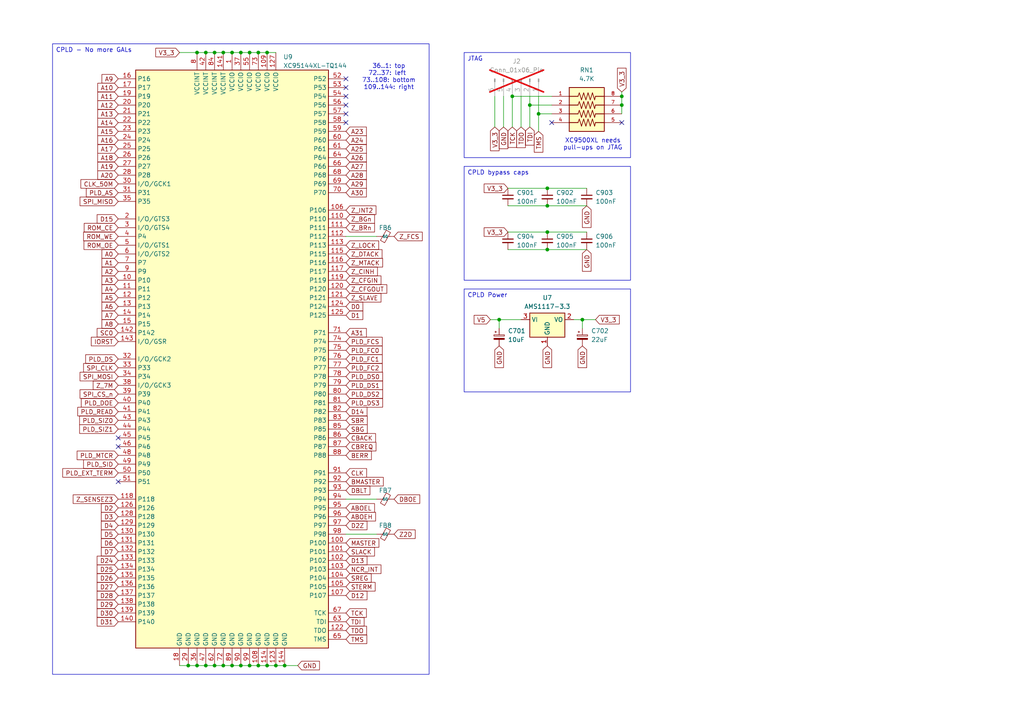
<source format=kicad_sch>
(kicad_sch (version 20250114) (generator "eeschema") (generator_version "9.0")
  (paper "A4")
  (title_block (title "A4092") (rev "PROTO0") (company "amiga.technology"))
  (lib_symbols
    (symbol "CPLD_Xilinx:XC95144XL-TQ144"
      (property "Reference" "U" (at -27.94 85.09 0))
      (property "Value" "XC95144XL-TQ144" (at -27.94 -85.09 0))
      (symbol "XC95144XL-TQ144_1_1"
        (rectangle (start -27.94 83.82) (end 27.94 -83.82) (stroke (width 0.254)) (fill (type background)))
        (pin bidirectional line (at -33.02 81.28 0) (length 5.08) (name "P16") (number "16"))
        (pin bidirectional line (at -33.02 78.74 0) (length 5.08) (name "P17") (number "17"))
        (pin bidirectional line (at -33.02 76.2 0) (length 5.08) (name "P19") (number "19"))
        (pin bidirectional line (at -33.02 73.66 0) (length 5.08) (name "P20") (number "20"))
        (pin bidirectional line (at -33.02 71.12 0) (length 5.08) (name "P21") (number "21"))
        (pin bidirectional line (at -33.02 68.58 0) (length 5.08) (name "P22") (number "22"))
        (pin bidirectional line (at -33.02 66.04 0) (length 5.08) (name "P23") (number "23"))
        (pin bidirectional line (at -33.02 63.5 0) (length 5.08) (name "P24") (number "24"))
        (pin bidirectional line (at -33.02 60.96 0) (length 5.08) (name "P25") (number "25"))
        (pin bidirectional line (at -33.02 58.42 0) (length 5.08) (name "P26") (number "26"))
        (pin bidirectional line (at -33.02 55.88 0) (length 5.08) (name "P27") (number "27"))
        (pin bidirectional line (at -33.02 53.34 0) (length 5.08) (name "P28") (number "28"))
        (pin bidirectional line (at -33.02 50.8 0) (length 5.08) (name "I/O/GCK1") (number "30"))
        (pin bidirectional line (at -33.02 48.26 0) (length 5.08) (name "P31") (number "31"))
        (pin bidirectional line (at -33.02 45.72 0) (length 5.08) (name "P35") (number "35"))
        (pin bidirectional line (at -33.02 40.64 0) (length 5.08) (name "I/O/GTS3") (number "2"))
        (pin bidirectional line (at -33.02 38.1 0) (length 5.08) (name "I/O/GTS4") (number "3"))
        (pin bidirectional line (at -33.02 35.56 0) (length 5.08) (name "P4") (number "4"))
        (pin bidirectional line (at -33.02 33.02 0) (length 5.08) (name "I/O/GTS1") (number "5"))
        (pin bidirectional line (at -33.02 30.48 0) (length 5.08) (name "I/O/GTS2") (number "6"))
        (pin bidirectional line (at -33.02 27.94 0) (length 5.08) (name "P7") (number "7"))
        (pin bidirectional line (at -33.02 25.4 0) (length 5.08) (name "P9") (number "9"))
        (pin bidirectional line (at -33.02 22.86 0) (length 5.08) (name "P10") (number "10"))
        (pin bidirectional line (at -33.02 20.32 0) (length 5.08) (name "P11") (number "11"))
        (pin bidirectional line (at -33.02 17.78 0) (length 5.08) (name "P12") (number "12"))
        (pin bidirectional line (at -33.02 15.24 0) (length 5.08) (name "P13") (number "13"))
        (pin bidirectional line (at -33.02 12.7 0) (length 5.08) (name "P14") (number "14"))
        (pin bidirectional line (at -33.02 10.16 0) (length 5.08) (name "P15") (number "15"))
        (pin bidirectional line (at -33.02 7.62 0) (length 5.08) (name "P142") (number "142"))
        (pin bidirectional line (at -33.02 5.08 0) (length 5.08) (name "I/O/GSR") (number "143"))
        (pin bidirectional line (at -33.02 0 0) (length 5.08) (name "I/O/GCK2") (number "32"))
        (pin bidirectional line (at -33.02 -2.54 0) (length 5.08) (name "P33") (number "33"))
        (pin bidirectional line (at -33.02 -5.08 0) (length 5.08) (name "P34") (number "34"))
        (pin bidirectional line (at -33.02 -7.62 0) (length 5.08) (name "I/O/GCK3") (number "38"))
        (pin bidirectional line (at -33.02 -10.16 0) (length 5.08) (name "P39") (number "39"))
        (pin bidirectional line (at -33.02 -12.7 0) (length 5.08) (name "P40") (number "40"))
        (pin bidirectional line (at -33.02 -15.24 0) (length 5.08) (name "P41") (number "41"))
        (pin bidirectional line (at -33.02 -17.78 0) (length 5.08) (name "P43") (number "43"))
        (pin bidirectional line (at -33.02 -20.32 0) (length 5.08) (name "P44") (number "44"))
        (pin bidirectional line (at -33.02 -22.86 0) (length 5.08) (name "P45") (number "45"))
        (pin bidirectional line (at -33.02 -25.4 0) (length 5.08) (name "P46") (number "46"))
        (pin bidirectional line (at -33.02 -27.94 0) (length 5.08) (name "P48") (number "48"))
        (pin bidirectional line (at -33.02 -30.48 0) (length 5.08) (name "P49") (number "49"))
        (pin bidirectional line (at -33.02 -33.02 0) (length 5.08) (name "P50") (number "50"))
        (pin bidirectional line (at -33.02 -35.56 0) (length 5.08) (name "P51") (number "51"))
        (pin bidirectional line (at -33.02 -40.64 0) (length 5.08) (name "P118") (number "118"))
        (pin bidirectional line (at -33.02 -43.18 0) (length 5.08) (name "P126") (number "126"))
        (pin bidirectional line (at -33.02 -45.72 0) (length 5.08) (name "P128") (number "128"))
        (pin bidirectional line (at -33.02 -48.26 0) (length 5.08) (name "P129") (number "129"))
        (pin bidirectional line (at -33.02 -50.8 0) (length 5.08) (name "P130") (number "130"))
        (pin bidirectional line (at -33.02 -53.34 0) (length 5.08) (name "P131") (number "131"))
        (pin bidirectional line (at -33.02 -55.88 0) (length 5.08) (name "P132") (number "132"))
        (pin bidirectional line (at -33.02 -58.42 0) (length 5.08) (name "P133") (number "133"))
        (pin bidirectional line (at -33.02 -60.96 0) (length 5.08) (name "P134") (number "134"))
        (pin bidirectional line (at -33.02 -63.5 0) (length 5.08) (name "P135") (number "135"))
        (pin bidirectional line (at -33.02 -66.04 0) (length 5.08) (name "P136") (number "136"))
        (pin bidirectional line (at -33.02 -68.58 0) (length 5.08) (name "P137") (number "137"))
        (pin bidirectional line (at -33.02 -71.12 0) (length 5.08) (name "P138") (number "138"))
        (pin bidirectional line (at -33.02 -73.66 0) (length 5.08) (name "P139") (number "139"))
        (pin bidirectional line (at -33.02 -76.2 0) (length 5.08) (name "P140") (number "140"))
        (pin power_in line (at -15.24 -88.9 90) (length 5.08) (name "GND") (number "18"))
        (pin power_in line (at -12.7 -88.9 90) (length 5.08) (name "GND") (number "29"))
        (pin power_in line (at -10.16 88.9 270) (length 5.08) (name "VCCINT") (number "8"))
        (pin power_in line (at -10.16 -88.9 90) (length 5.08) (name "GND") (number "36"))
        (pin power_in line (at -7.62 88.9 270) (length 5.08) (name "VCCINT") (number "42"))
        (pin power_in line (at -7.62 -88.9 90) (length 5.08) (name "GND") (number "47"))
        (pin power_in line (at -5.08 88.9 270) (length 5.08) (name "VCCINT") (number "84"))
        (pin power_in line (at -5.08 -88.9 90) (length 5.08) (name "GND") (number "62"))
        (pin power_in line (at -2.54 88.9 270) (length 5.08) (name "VCCINT") (number "141"))
        (pin power_in line (at -2.54 -88.9 90) (length 5.08) (name "GND") (number "72"))
        (pin power_in line (at 0 88.9 270) (length 5.08) (name "VCCIO") (number "1"))
        (pin power_in line (at 0 -88.9 90) (length 5.08) (name "GND") (number "89"))
        (pin power_in line (at 2.54 88.9 270) (length 5.08) (name "VCCIO") (number "37"))
        (pin power_in line (at 2.54 -88.9 90) (length 5.08) (name "GND") (number "90"))
        (pin power_in line (at 5.08 88.9 270) (length 5.08) (name "VCCIO") (number "55"))
        (pin power_in line (at 5.08 -88.9 90) (length 5.08) (name "GND") (number "99"))
        (pin power_in line (at 7.62 88.9 270) (length 5.08) (name "VCCIO") (number "73"))
        (pin power_in line (at 7.62 -88.9 90) (length 5.08) (name "GND") (number "108"))
        (pin power_in line (at 10.16 88.9 270) (length 5.08) (name "VCCIO") (number "109"))
        (pin power_in line (at 10.16 -88.9 90) (length 5.08) (name "GND") (number "114"))
        (pin power_in line (at 12.7 88.9 270) (length 5.08) (name "VCCIO") (number "127"))
        (pin power_in line (at 12.7 -88.9 90) (length 5.08) (name "GND") (number "123"))
        (pin power_in line (at 15.24 -88.9 90) (length 5.08) (name "GND") (number "144"))
        (pin bidirectional line (at 33.02 81.28 180) (length 5.08) (name "P52") (number "52"))
        (pin bidirectional line (at 33.02 78.74 180) (length 5.08) (name "P53") (number "53"))
        (pin bidirectional line (at 33.02 76.2 180) (length 5.08) (name "P54") (number "54"))
        (pin bidirectional line (at 33.02 73.66 180) (length 5.08) (name "P56") (number "56"))
        (pin bidirectional line (at 33.02 71.12 180) (length 5.08) (name "P57") (number "57"))
        (pin bidirectional line (at 33.02 68.58 180) (length 5.08) (name "P58") (number "58"))
        (pin bidirectional line (at 33.02 66.04 180) (length 5.08) (name "P59") (number "59"))
        (pin bidirectional line (at 33.02 63.5 180) (length 5.08) (name "P60") (number "60"))
        (pin bidirectional line (at 33.02 60.96 180) (length 5.08) (name "P61") (number "61"))
        (pin bidirectional line (at 33.02 58.42 180) (length 5.08) (name "P64") (number "64"))
        (pin bidirectional line (at 33.02 55.88 180) (length 5.08) (name "P66") (number "66"))
        (pin bidirectional line (at 33.02 53.34 180) (length 5.08) (name "P68") (number "68"))
        (pin bidirectional line (at 33.02 50.8 180) (length 5.08) (name "P69") (number "69"))
        (pin bidirectional line (at 33.02 48.26 180) (length 5.08) (name "P70") (number "70"))
        (pin bidirectional line (at 33.02 43.18 180) (length 5.08) (name "P106") (number "106"))
        (pin bidirectional line (at 33.02 40.64 180) (length 5.08) (name "P110") (number "110"))
        (pin bidirectional line (at 33.02 38.1 180) (length 5.08) (name "P111") (number "111"))
        (pin bidirectional line (at 33.02 35.56 180) (length 5.08) (name "P112") (number "112"))
        (pin bidirectional line (at 33.02 33.02 180) (length 5.08) (name "P113") (number "113"))
        (pin bidirectional line (at 33.02 30.48 180) (length 5.08) (name "P115") (number "115"))
        (pin bidirectional line (at 33.02 27.94 180) (length 5.08) (name "P116") (number "116"))
        (pin bidirectional line (at 33.02 25.4 180) (length 5.08) (name "P117") (number "117"))
        (pin bidirectional line (at 33.02 22.86 180) (length 5.08) (name "P119") (number "119"))
        (pin bidirectional line (at 33.02 20.32 180) (length 5.08) (name "P120") (number "120"))
        (pin bidirectional line (at 33.02 17.78 180) (length 5.08) (name "P121") (number "121"))
        (pin bidirectional line (at 33.02 15.24 180) (length 5.08) (name "P124") (number "124"))
        (pin bidirectional line (at 33.02 12.7 180) (length 5.08) (name "P125") (number "125"))
        (pin bidirectional line (at 33.02 7.62 180) (length 5.08) (name "P71") (number "71"))
        (pin bidirectional line (at 33.02 5.08 180) (length 5.08) (name "P74") (number "74"))
        (pin bidirectional line (at 33.02 2.54 180) (length 5.08) (name "P75") (number "75"))
        (pin bidirectional line (at 33.02 0 180) (length 5.08) (name "P76") (number "76"))
        (pin bidirectional line (at 33.02 -2.54 180) (length 5.08) (name "P77") (number "77"))
        (pin bidirectional line (at 33.02 -5.08 180) (length 5.08) (name "P78") (number "78"))
        (pin bidirectional line (at 33.02 -7.62 180) (length 5.08) (name "P79") (number "79"))
        (pin bidirectional line (at 33.02 -10.16 180) (length 5.08) (name "P80") (number "80"))
        (pin bidirectional line (at 33.02 -12.7 180) (length 5.08) (name "P81") (number "81"))
        (pin bidirectional line (at 33.02 -15.24 180) (length 5.08) (name "P82") (number "82"))
        (pin bidirectional line (at 33.02 -17.78 180) (length 5.08) (name "P83") (number "83"))
        (pin bidirectional line (at 33.02 -20.32 180) (length 5.08) (name "P85") (number "85"))
        (pin bidirectional line (at 33.02 -22.86 180) (length 5.08) (name "P86") (number "86"))
        (pin bidirectional line (at 33.02 -25.4 180) (length 5.08) (name "P87") (number "87"))
        (pin bidirectional line (at 33.02 -27.94 180) (length 5.08) (name "P88") (number "88"))
        (pin bidirectional line (at 33.02 -33.02 180) (length 5.08) (name "P91") (number "91"))
        (pin bidirectional line (at 33.02 -35.56 180) (length 5.08) (name "P92") (number "92"))
        (pin bidirectional line (at 33.02 -38.1 180) (length 5.08) (name "P93") (number "93"))
        (pin bidirectional line (at 33.02 -40.64 180) (length 5.08) (name "P94") (number "94"))
        (pin bidirectional line (at 33.02 -43.18 180) (length 5.08) (name "P95") (number "95"))
        (pin bidirectional line (at 33.02 -45.72 180) (length 5.08) (name "P96") (number "96"))
        (pin bidirectional line (at 33.02 -48.26 180) (length 5.08) (name "P97") (number "97"))
        (pin bidirectional line (at 33.02 -50.8 180) (length 5.08) (name "P98") (number "98"))
        (pin bidirectional line (at 33.02 -53.34 180) (length 5.08) (name "P100") (number "100"))
        (pin bidirectional line (at 33.02 -55.88 180) (length 5.08) (name "P101") (number "101"))
        (pin bidirectional line (at 33.02 -58.42 180) (length 5.08) (name "P102") (number "102"))
        (pin bidirectional line (at 33.02 -60.96 180) (length 5.08) (name "P103") (number "103"))
        (pin bidirectional line (at 33.02 -63.5 180) (length 5.08) (name "P104") (number "104"))
        (pin bidirectional line (at 33.02 -66.04 180) (length 5.08) (name "P105") (number "105"))
        (pin bidirectional line (at 33.02 -68.58 180) (length 5.08) (name "P107") (number "107"))
        (pin bidirectional line (at 33.02 -73.66 180) (length 5.08) (name "TCK") (number "67"))
        (pin bidirectional line (at 33.02 -76.2 180) (length 5.08) (name "TDI") (number "63"))
        (pin bidirectional line (at 33.02 -78.74 180) (length 5.08) (name "TDO") (number "122"))
        (pin bidirectional line (at 33.02 -81.28 180) (length 5.08) (name "TMS") (number "65"))
      )
    )
    (symbol "Connector:Conn_01x06_Pin" (pin_names (offset 1.016) (hide yes))
      (property "Reference" "J" (at 0 7.62 0))
      (property "Value" "Conn_01x06_Pin" (at 0 -10.16 0))
      (symbol "Conn_01x06_Pin_1_1"
        (rectangle (start 0.8636 5.207) (end 0 4.953) (stroke (width 0.1524)) (fill (type outline)))
        (rectangle (start 0.8636 2.667) (end 0 2.413) (stroke (width 0.1524)) (fill (type outline)))
        (rectangle (start 0.8636 0.127) (end 0 -0.127) (stroke (width 0.1524)) (fill (type outline)))
        (rectangle (start 0.8636 -2.413) (end 0 -2.667) (stroke (width 0.1524)) (fill (type outline)))
        (rectangle (start 0.8636 -4.953) (end 0 -5.207) (stroke (width 0.1524)) (fill (type outline)))
        (rectangle (start 0.8636 -7.493) (end 0 -7.747) (stroke (width 0.1524)) (fill (type outline)))
        (polyline (pts (xy 1.27 5.08) (xy 0.8636 5.08)) (stroke (width 0.1524)))
        (polyline (pts (xy 1.27 2.54) (xy 0.8636 2.54)) (stroke (width 0.1524)))
        (polyline (pts (xy 1.27 0) (xy 0.8636 0)) (stroke (width 0.1524)))
        (polyline (pts (xy 1.27 -2.54) (xy 0.8636 -2.54)) (stroke (width 0.1524)))
        (polyline (pts (xy 1.27 -5.08) (xy 0.8636 -5.08)) (stroke (width 0.1524)))
        (polyline (pts (xy 1.27 -7.62) (xy 0.8636 -7.62)) (stroke (width 0.1524)))
        (pin passive line (at 5.08 5.08 180) (length 3.81) (name "Pin_1") (number "1"))
        (pin passive line (at 5.08 2.54 180) (length 3.81) (name "Pin_2") (number "2"))
        (pin passive line (at 5.08 0 180) (length 3.81) (name "Pin_3") (number "3"))
        (pin passive line (at 5.08 -2.54 180) (length 3.81) (name "Pin_4") (number "4"))
        (pin passive line (at 5.08 -5.08 180) (length 3.81) (name "Pin_5") (number "5"))
        (pin passive line (at 5.08 -7.62 180) (length 3.81) (name "Pin_6") (number "6"))
      )
    )
    (symbol "Device:C_Polarized_Small" (pin_numbers (hide yes)) (pin_names (offset 0.254) (hide yes))
      (property "Reference" "C" (at 0.254 1.778 0))
      (property "Value" "C_Polarized_Small" (at 0.254 -2.032 0))
      (symbol "C_Polarized_Small_0_1"
        (rectangle (start -1.524 0.6858) (end 1.524 0.3048))
        (rectangle (start -1.524 -0.3048) (end 1.524 -0.6858) (fill (type outline)))
        (polyline (pts (xy -1.27 1.524) (xy -0.762 1.524)))
        (polyline (pts (xy -1.016 1.27) (xy -1.016 1.778)))
      )
      (symbol "C_Polarized_Small_1_1"
        (pin passive line (at 0 2.54 270) (length 1.8542) (name "~") (number "1"))
        (pin passive line (at 0 -2.54 90) (length 1.8542) (name "~") (number "2"))
      )
    )
    (symbol "Device:C_Small" (pin_numbers (hide yes)) (pin_names (offset 0.254) (hide yes))
      (property "Reference" "C" (at 0.254 1.778 0))
      (property "Value" "C_Small" (at 0.254 -2.032 0))
      (symbol "C_Small_0_1"
        (polyline (pts (xy -1.524 0.508) (xy 1.524 0.508)) (stroke (width 0.3048)))
        (polyline (pts (xy -1.524 -0.508) (xy 1.524 -0.508)) (stroke (width 0.3302)))
      )
      (symbol "C_Small_1_1"
        (pin passive line (at 0 2.54 270) (length 2.032) (name "~") (number "1"))
        (pin passive line (at 0 -2.54 90) (length 2.032) (name "~") (number "2"))
      )
    )
    (symbol "Device:FerriteBead_Small" (pin_numbers (hide yes)) (pin_names (offset 0))
      (property "Reference" "FB" (at 1.905 1.27 0))
      (property "Value" "FerriteBead_Small" (at 1.905 -1.27 0))
      (symbol "FerriteBead_Small_0_1"
        (polyline (pts (xy -1.8288 0.2794) (xy -1.1176 1.4986) (xy 1.8288 -0.2032) (xy 1.1176 -1.4224) (xy -1.8288 0.2794)))
        (polyline (pts (xy 0 0.889) (xy 0 1.2954)))
        (polyline (pts (xy 0 -1.27) (xy 0 -0.7874)))
      )
      (symbol "FerriteBead_Small_1_1"
        (pin passive line (at 0 2.54 270) (length 1.27) (name "~") (number "1"))
        (pin passive line (at 0 -2.54 90) (length 1.27) (name "~") (number "2"))
      )
    )
    (symbol "Regulator_Linear:AMS1117-3.3"
      (property "Reference" "U" (at -3.81 3.175 0))
      (property "Value" "AMS1117-3.3" (at 0 3.175 0))
      (symbol "AMS1117-3.3_0_1"
        (rectangle (start -5.08 -5.08) (end 5.08 1.905) (stroke (width 0.254)) (fill (type background)))
      )
      (symbol "AMS1117-3.3_1_1"
        (pin power_in line (at -7.62 0 0) (length 2.54) (name "VI") (number "3"))
        (pin power_in line (at 0 -7.62 90) (length 2.54) (name "GND") (number "1"))
        (pin power_out line (at 7.62 0 180) (length 2.54) (name "VO") (number "2"))
      )
    )
    (symbol "YC324-FK-071KL:YC324-FK-071KL" (pin_names (offset 1.016))
      (property "Reference" "R" (at -5.08 8.128 0))
      (property "Value" "YC324-FK-071KL" (at -5.08 -7.62 0))
      (symbol "YC324-FK-071KL_0_0"
        (rectangle (start -5.08 -5.08) (end 5.08 7.62) (stroke (width 0.254)) (fill (type background)))
        (polyline (pts (xy -2.54 5.08) (xy -5.08 5.08)) (stroke (width 0.254)))
        (polyline (pts (xy -2.54 5.08) (xy -2.159 6.096)) (stroke (width 0.2032)))
        (polyline (pts (xy -2.54 2.54) (xy -5.08 2.54)) (stroke (width 0.254)))
        (polyline (pts (xy -2.54 2.54) (xy -2.159 3.556)) (stroke (width 0.2032)))
        (polyline (pts (xy -2.54 0) (xy -5.08 0)) (stroke (width 0.254)))
        (polyline (pts (xy -2.54 0) (xy -2.159 1.016)) (stroke (width 0.2032)))
        (polyline (pts (xy -2.54 -2.54) (xy -5.08 -2.54)) (stroke (width 0.254)))
        (polyline (pts (xy -2.54 -2.54) (xy -2.159 -1.524)) (stroke (width 0.2032)))
        (polyline (pts (xy -2.159 6.096) (xy -1.524 4.064)) (stroke (width 0.2032)))
        (polyline (pts (xy -2.159 3.556) (xy -1.524 1.524)) (stroke (width 0.2032)))
        (polyline (pts (xy -2.159 1.016) (xy -1.524 -1.016)) (stroke (width 0.2032)))
        (polyline (pts (xy -2.159 -1.524) (xy -1.524 -3.556)) (stroke (width 0.2032)))
        (polyline (pts (xy -1.524 4.064) (xy -0.889 6.096)) (stroke (width 0.2032)))
        (polyline (pts (xy -1.524 1.524) (xy -0.889 3.556)) (stroke (width 0.2032)))
        (polyline (pts (xy -1.524 -1.016) (xy -0.889 1.016)) (stroke (width 0.2032)))
        (polyline (pts (xy -1.524 -3.556) (xy -0.889 -1.524)) (stroke (width 0.2032)))
        (polyline (pts (xy -0.889 6.096) (xy -0.254 4.064)) (stroke (width 0.2032)))
        (polyline (pts (xy -0.889 3.556) (xy -0.254 1.524)) (stroke (width 0.2032)))
        (polyline (pts (xy -0.889 1.016) (xy -0.254 -1.016)) (stroke (width 0.2032)))
        (polyline (pts (xy -0.889 -1.524) (xy -0.254 -3.556)) (stroke (width 0.2032)))
        (polyline (pts (xy -0.254 4.064) (xy 0.381 6.096)) (stroke (width 0.2032)))
        (polyline (pts (xy -0.254 1.524) (xy 0.381 3.556)) (stroke (width 0.2032)))
        (polyline (pts (xy -0.254 -1.016) (xy 0.381 1.016)) (stroke (width 0.2032)))
        (polyline (pts (xy -0.254 -3.556) (xy 0.381 -1.524)) (stroke (width 0.2032)))
        (polyline (pts (xy 0.381 6.096) (xy 1.016 4.064)) (stroke (width 0.2032)))
        (polyline (pts (xy 0.381 3.556) (xy 1.016 1.524)) (stroke (width 0.2032)))
        (polyline (pts (xy 0.381 1.016) (xy 1.016 -1.016)) (stroke (width 0.2032)))
        (polyline (pts (xy 0.381 -1.524) (xy 1.016 -3.556)) (stroke (width 0.2032)))
        (polyline (pts (xy 1.016 4.064) (xy 1.651 6.096)) (stroke (width 0.2032)))
        (polyline (pts (xy 1.016 1.524) (xy 1.651 3.556)) (stroke (width 0.2032)))
        (polyline (pts (xy 1.016 -1.016) (xy 1.651 1.016)) (stroke (width 0.2032)))
        (polyline (pts (xy 1.016 -3.556) (xy 1.651 -1.524)) (stroke (width 0.2032)))
        (polyline (pts (xy 1.651 6.096) (xy 2.286 4.064)) (stroke (width 0.2032)))
        (polyline (pts (xy 1.651 3.556) (xy 2.286 1.524)) (stroke (width 0.2032)))
        (polyline (pts (xy 1.651 1.016) (xy 2.286 -1.016)) (stroke (width 0.2032)))
        (polyline (pts (xy 1.651 -1.524) (xy 2.286 -3.556)) (stroke (width 0.2032)))
        (polyline (pts (xy 2.286 4.064) (xy 2.54 5.08)) (stroke (width 0.2032)))
        (polyline (pts (xy 2.286 1.524) (xy 2.54 2.54)) (stroke (width 0.2032)))
        (polyline (pts (xy 2.286 -1.016) (xy 2.54 0)) (stroke (width 0.2032)))
        (polyline (pts (xy 2.286 -3.556) (xy 2.54 -2.54)) (stroke (width 0.2032)))
        (polyline (pts (xy 5.08 5.08) (xy 2.54 5.08)) (stroke (width 0.254)))
        (polyline (pts (xy 5.08 2.54) (xy 2.54 2.54)) (stroke (width 0.254)))
        (polyline (pts (xy 5.08 0) (xy 2.54 0)) (stroke (width 0.254)))
        (polyline (pts (xy 5.08 -2.54) (xy 2.54 -2.54)) (stroke (width 0.254)))
        (pin passive line (at -10.16 5.08 0) (length 5.08) (name "~") (number "1"))
        (pin passive line (at -10.16 2.54 0) (length 5.08) (name "~") (number "2"))
        (pin passive line (at -10.16 0 0) (length 5.08) (name "~") (number "3"))
        (pin passive line (at -10.16 -2.54 0) (length 5.08) (name "~") (number "4"))
        (pin passive line (at 10.16 5.08 180) (length 5.08) (name "~") (number "8"))
        (pin passive line (at 10.16 2.54 180) (length 5.08) (name "~") (number "7"))
        (pin passive line (at 10.16 0 180) (length 5.08) (name "~") (number "6"))
        (pin passive line (at 10.16 -2.54 180) (length 5.08) (name "~") (number "5"))
      )
    )
  )
  (text "36..1: top\n72..37: left \n73..108: bottom\n109..144: right" (at 112.776 22.352 0) (effects (font (size 1.27 1.27))))
  (text "XC9500XL needs\npull-ups on JTAG" (at 171.958 41.91 0) (effects (font (size 1.27 1.27))))
  (text_box "CPLD - No more GALs" (at 15.24 12.7 0) (size 109.22 182.88) (margins 0.9525 0.9525 0.9525 0.9525) (effects (font (size 1.27 1.27)) (justify left top)))
  (text_box "JTAG\n" (at 134.62 15.24 0) (size 48.26 30.48) (margins 0.9525 0.9525 0.9525 0.9525) (effects (font (size 1.27 1.27)) (justify left top)))
  (text_box "CPLD Power" (at 134.62 83.82 0) (size 48.26 29.845) (margins 0.9525 0.9525 0.9525 0.9525) (effects (font (size 1.27 1.27)) (justify left top)))
  (text_box "CPLD bypass caps\n" (at 134.62 48.26 0) (size 48.26 33.02) (margins 0.9525 0.9525 0.9525 0.9525) (effects (font (size 1.27 1.27)) (justify left top)))
  (junction (at 158.75 72.39))
  (junction (at 57.15 193.04))
  (junction (at 62.23 15.24))
  (junction (at 144.78 92.71))
  (junction (at 72.39 193.04))
  (junction (at 59.69 15.24))
  (junction (at 168.91 92.71))
  (junction (at 69.85 193.04))
  (junction (at 57.15 15.24))
  (junction (at 148.59 27.94))
  (junction (at 180.34 30.48))
  (junction (at 80.01 193.04))
  (junction (at 158.75 59.69))
  (junction (at 158.75 67.31))
  (junction (at 72.39 15.24))
  (junction (at 69.85 15.24))
  (junction (at 77.47 15.24))
  (junction (at 158.75 54.61))
  (junction (at 77.47 193.04))
  (junction (at 74.93 193.04))
  (junction (at 64.77 193.04))
  (junction (at 62.23 193.04))
  (junction (at 67.31 193.04))
  (junction (at 153.67 30.48))
  (junction (at 64.77 15.24))
  (junction (at 74.93 15.24))
  (junction (at 180.34 27.94))
  (junction (at 156.21 33.02))
  (junction (at 59.69 193.04))
  (junction (at 54.61 193.04))
  (junction (at 82.55 193.04))
  (junction (at 67.31 15.24))
  (no_connect (at 100.33 27.94))
  (no_connect (at 180.34 35.56))
  (no_connect (at 100.33 35.56))
  (no_connect (at 34.29 129.54))
  (no_connect (at 34.29 139.7))
  (no_connect (at 100.33 22.86))
  (no_connect (at 34.29 127))
  (no_connect (at 100.33 25.4))
  (no_connect (at 160.02 35.56))
  (no_connect (at 100.33 30.48))
  (no_connect (at 100.33 33.02))
  (wire (pts (xy 142.24 92.71) (xy 144.78 92.71)))
  (wire (pts (xy 64.77 193.04) (xy 67.31 193.04)))
  (wire (pts (xy 180.34 30.48) (xy 180.34 33.02)))
  (wire (pts (xy 156.21 33.02) (xy 156.21 38.1)))
  (wire (pts (xy 143.51 27.94) (xy 143.51 36.83)))
  (wire (pts (xy 148.59 27.94) (xy 160.02 27.94)))
  (wire (pts (xy 148.59 27.94) (xy 148.59 36.83)))
  (wire (pts (xy 153.67 27.94) (xy 153.67 30.48)))
  (wire (pts (xy 158.75 72.39) (xy 170.18 72.39)))
  (wire (pts (xy 158.75 67.31) (xy 170.18 67.31)))
  (wire (pts (xy 52.07 15.24) (xy 57.15 15.24)))
  (wire (pts (xy 151.13 27.94) (xy 151.13 36.83)))
  (wire (pts (xy 153.67 30.48) (xy 153.67 36.83)))
  (wire (pts (xy 147.32 72.39) (xy 158.75 72.39)))
  (wire (pts (xy 147.32 67.31) (xy 158.75 67.31)))
  (wire (pts (xy 64.77 15.24) (xy 67.31 15.24)))
  (wire (pts (xy 180.34 26.67) (xy 180.34 27.94)))
  (wire (pts (xy 158.75 54.61) (xy 170.18 54.61)))
  (wire (pts (xy 168.91 95.25) (xy 168.91 92.71)))
  (wire (pts (xy 57.15 15.24) (xy 59.69 15.24)))
  (wire (pts (xy 59.69 15.24) (xy 62.23 15.24)))
  (wire (pts (xy 158.75 59.69) (xy 170.18 59.69)))
  (wire (pts (xy 146.05 27.94) (xy 146.05 36.83)))
  (wire (pts (xy 144.78 92.71) (xy 151.13 92.71)))
  (wire (pts (xy 109.22 68.58) (xy 100.33 68.58)))
  (wire (pts (xy 156.21 27.94) (xy 156.21 33.02)))
  (wire (pts (xy 77.47 15.24) (xy 80.01 15.24)))
  (wire (pts (xy 74.93 15.24) (xy 77.47 15.24)))
  (wire (pts (xy 109.22 144.78) (xy 100.33 144.78)))
  (wire (pts (xy 153.67 30.48) (xy 160.02 30.48)))
  (wire (pts (xy 80.01 193.04) (xy 82.55 193.04)))
  (wire (pts (xy 72.39 193.04) (xy 74.93 193.04)))
  (wire (pts (xy 59.69 193.04) (xy 62.23 193.04)))
  (wire (pts (xy 147.32 59.69) (xy 158.75 59.69)))
  (wire (pts (xy 147.32 54.61) (xy 158.75 54.61)))
  (wire (pts (xy 54.61 193.04) (xy 57.15 193.04)))
  (wire (pts (xy 67.31 193.04) (xy 69.85 193.04)))
  (wire (pts (xy 62.23 193.04) (xy 64.77 193.04)))
  (wire (pts (xy 77.47 193.04) (xy 80.01 193.04)))
  (wire (pts (xy 69.85 193.04) (xy 72.39 193.04)))
  (wire (pts (xy 72.39 15.24) (xy 74.93 15.24)))
  (wire (pts (xy 74.93 193.04) (xy 77.47 193.04)))
  (wire (pts (xy 52.07 193.04) (xy 54.61 193.04)))
  (wire (pts (xy 57.15 193.04) (xy 59.69 193.04)))
  (wire (pts (xy 168.91 92.71) (xy 166.37 92.71)))
  (wire (pts (xy 180.34 27.94) (xy 180.34 30.48)))
  (wire (pts (xy 109.22 154.94) (xy 100.33 154.94)))
  (wire (pts (xy 172.72 92.71) (xy 168.91 92.71)))
  (wire (pts (xy 144.78 95.25) (xy 144.78 92.71)))
  (wire (pts (xy 82.55 193.04) (xy 86.36 193.04)))
  (wire (pts (xy 156.21 33.02) (xy 160.02 33.02)))
  (wire (pts (xy 62.23 15.24) (xy 64.77 15.24)))
  (wire (pts (xy 69.85 15.24) (xy 72.39 15.24)))
  (wire (pts (xy 67.31 15.24) (xy 69.85 15.24)))
  (global_label "D3" (shape input) (at 34.29 149.86 180) (property "Intersheetrefs" "${INTERSHEET_REFS}" (effects (hide yes))))
  (global_label "NCR_INT" (shape input) (at 100.33 165.1 0) (property "Intersheetrefs" "${INTERSHEET_REFS}" (effects (hide yes))))
  (global_label "TDO" (shape input) (at 100.33 182.88 0) (property "Intersheetrefs" "${INTERSHEET_REFS}" (effects (hide yes))))
  (global_label "PLD_FCS" (shape input) (at 100.33 99.06 0) (property "Intersheetrefs" "${INTERSHEET_REFS}" (effects (hide yes))))
  (global_label "GND" (shape input) (at 158.75 100.33 270) (property "Intersheetrefs" "${INTERSHEET_REFS}" (effects (hide yes))))
  (global_label "D4" (shape input) (at 34.29 152.4 180) (property "Intersheetrefs" "${INTERSHEET_REFS}" (effects (hide yes))))
  (global_label "D24" (shape input) (at 34.29 162.56 180) (property "Intersheetrefs" "${INTERSHEET_REFS}" (effects (hide yes))))
  (global_label "A25" (shape input) (at 100.33 43.18 0) (property "Intersheetrefs" "${INTERSHEET_REFS}" (effects (hide yes))))
  (global_label "D30" (shape input) (at 34.29 177.8 180) (property "Intersheetrefs" "${INTERSHEET_REFS}" (effects (hide yes))))
  (global_label "V3_3" (shape input) (at 143.51 36.83 270) (property "Intersheetrefs" "${INTERSHEET_REFS}" (effects (hide yes))))
  (global_label "D26" (shape input) (at 34.29 167.64 180) (property "Intersheetrefs" "${INTERSHEET_REFS}" (effects (hide yes))))
  (global_label "Z_FCS" (shape input) (at 114.3 68.58 0) (property "Intersheetrefs" "${INTERSHEET_REFS}" (effects (hide yes))))
  (global_label "A18" (shape input) (at 34.29 45.72 180) (property "Intersheetrefs" "${INTERSHEET_REFS}" (effects (hide yes))))
  (global_label "D0" (shape input) (at 100.33 88.9 0) (property "Intersheetrefs" "${INTERSHEET_REFS}" (effects (hide yes))))
  (global_label "Z_CINH" (shape input) (at 100.33 78.74 0) (property "Intersheetrefs" "${INTERSHEET_REFS}" (effects (hide yes))))
  (global_label "SPI_MOSI" (shape input) (at 34.29 109.22 180) (property "Intersheetrefs" "${INTERSHEET_REFS}" (effects (hide yes))))
  (global_label "A24" (shape input) (at 100.33 40.64 0) (property "Intersheetrefs" "${INTERSHEET_REFS}" (effects (hide yes))))
  (global_label "A3" (shape input) (at 34.29 81.28 180) (property "Intersheetrefs" "${INTERSHEET_REFS}" (effects (hide yes))))
  (global_label "Z_BGn" (shape input) (at 100.33 63.5 0) (property "Intersheetrefs" "${INTERSHEET_REFS}" (effects (hide yes))))
  (global_label "PLD_DS2" (shape input) (at 100.33 114.3 0) (property "Intersheetrefs" "${INTERSHEET_REFS}" (effects (hide yes))))
  (global_label "IORST" (shape input) (at 34.29 99.06 180) (property "Intersheetrefs" "${INTERSHEET_REFS}" (effects (hide yes))))
  (global_label "A14" (shape input) (at 34.29 35.56 180) (property "Intersheetrefs" "${INTERSHEET_REFS}" (effects (hide yes))))
  (global_label "GND" (shape input) (at 146.05 36.83 270) (property "Intersheetrefs" "${INTERSHEET_REFS}" (effects (hide yes))))
  (global_label "MASTER" (shape input) (at 100.33 157.48 0) (property "Intersheetrefs" "${INTERSHEET_REFS}" (effects (hide yes))))
  (global_label "PLD_SID" (shape input) (at 34.29 134.62 180) (property "Intersheetrefs" "${INTERSHEET_REFS}" (effects (hide yes))))
  (global_label "A8" (shape input) (at 34.29 93.98 180) (property "Intersheetrefs" "${INTERSHEET_REFS}" (effects (hide yes))))
  (global_label "A2" (shape input) (at 34.29 78.74 180) (property "Intersheetrefs" "${INTERSHEET_REFS}" (effects (hide yes))))
  (global_label "ROM_WE" (shape input) (at 34.29 68.58 180) (property "Intersheetrefs" "${INTERSHEET_REFS}" (effects (hide yes))))
  (global_label "A28" (shape input) (at 100.33 50.8 0) (property "Intersheetrefs" "${INTERSHEET_REFS}" (effects (hide yes))))
  (global_label "ABOEL" (shape input) (at 100.33 147.32 0) (property "Intersheetrefs" "${INTERSHEET_REFS}" (effects (hide yes))))
  (global_label "A26" (shape input) (at 100.33 45.72 0) (property "Intersheetrefs" "${INTERSHEET_REFS}" (effects (hide yes))))
  (global_label "TDO" (shape input) (at 151.13 36.83 270) (property "Intersheetrefs" "${INTERSHEET_REFS}" (effects (hide yes))))
  (global_label "PLD_READ" (shape input) (at 34.29 119.38 180) (property "Intersheetrefs" "${INTERSHEET_REFS}" (effects (hide yes))))
  (global_label "D7" (shape input) (at 34.29 160.02 180) (property "Intersheetrefs" "${INTERSHEET_REFS}" (effects (hide yes))))
  (global_label "Z_LOCK" (shape input) (at 100.33 71.12 0) (property "Intersheetrefs" "${INTERSHEET_REFS}" (effects (hide yes))))
  (global_label "PLD_AS" (shape input) (at 34.29 55.88 180) (property "Intersheetrefs" "${INTERSHEET_REFS}" (effects (hide yes))))
  (global_label "A17" (shape input) (at 34.29 43.18 180) (property "Intersheetrefs" "${INTERSHEET_REFS}" (effects (hide yes))))
  (global_label "ROM_OE" (shape input) (at 34.29 71.12 180) (property "Intersheetrefs" "${INTERSHEET_REFS}" (effects (hide yes))))
  (global_label "V3_3" (shape input) (at 147.32 54.61 180) (property "Intersheetrefs" "${INTERSHEET_REFS}" (effects (hide yes))))
  (global_label "D14" (shape input) (at 100.33 119.38 0) (property "Intersheetrefs" "${INTERSHEET_REFS}" (effects (hide yes))))
  (global_label "A12" (shape input) (at 34.29 30.48 180) (property "Intersheetrefs" "${INTERSHEET_REFS}" (effects (hide yes))))
  (global_label "D31" (shape input) (at 34.29 180.34 180) (property "Intersheetrefs" "${INTERSHEET_REFS}" (effects (hide yes))))
  (global_label "A16" (shape input) (at 34.29 40.64 180) (property "Intersheetrefs" "${INTERSHEET_REFS}" (effects (hide yes))))
  (global_label "DBLT" (shape input) (at 100.33 142.24 0) (property "Intersheetrefs" "${INTERSHEET_REFS}" (effects (hide yes))))
  (global_label "PLD_FC0" (shape input) (at 100.33 101.6 0) (property "Intersheetrefs" "${INTERSHEET_REFS}" (effects (hide yes))))
  (global_label "BERR" (shape input) (at 100.33 132.08 0) (property "Intersheetrefs" "${INTERSHEET_REFS}" (effects (hide yes))))
  (global_label "ROM_CE" (shape input) (at 34.29 66.04 180) (property "Intersheetrefs" "${INTERSHEET_REFS}" (effects (hide yes))))
  (global_label "PLD_FC2" (shape input) (at 100.33 106.68 0) (property "Intersheetrefs" "${INTERSHEET_REFS}" (effects (hide yes))))
  (global_label "A30" (shape input) (at 100.33 55.88 0) (property "Intersheetrefs" "${INTERSHEET_REFS}" (effects (hide yes))))
  (global_label "A4" (shape input) (at 34.29 83.82 180) (property "Intersheetrefs" "${INTERSHEET_REFS}" (effects (hide yes))))
  (global_label "D1" (shape input) (at 100.33 91.44 0) (property "Intersheetrefs" "${INTERSHEET_REFS}" (effects (hide yes))))
  (global_label "A15" (shape input) (at 34.29 38.1 180) (property "Intersheetrefs" "${INTERSHEET_REFS}" (effects (hide yes))))
  (global_label "PLD_DS1" (shape input) (at 100.33 111.76 0) (property "Intersheetrefs" "${INTERSHEET_REFS}" (effects (hide yes))))
  (global_label "PLD_EXT_TERM" (shape input) (at 34.29 137.16 180) (property "Intersheetrefs" "${INTERSHEET_REFS}" (effects (hide yes))))
  (global_label "V3_3" (shape input) (at 52.07 15.24 180) (property "Intersheetrefs" "${INTERSHEET_REFS}" (effects (hide yes))))
  (global_label "PLD_DS0" (shape input) (at 100.33 109.22 0) (property "Intersheetrefs" "${INTERSHEET_REFS}" (effects (hide yes))))
  (global_label "A10" (shape input) (at 34.29 25.4 180) (property "Intersheetrefs" "${INTERSHEET_REFS}" (effects (hide yes))))
  (global_label "SBR" (shape input) (at 100.33 121.92 0) (property "Intersheetrefs" "${INTERSHEET_REFS}" (effects (hide yes))))
  (global_label "CBREQ" (shape input) (at 100.33 129.54 0) (property "Intersheetrefs" "${INTERSHEET_REFS}" (effects (hide yes))))
  (global_label "Z_SENSEZ3" (shape input) (at 34.29 144.78 180) (property "Intersheetrefs" "${INTERSHEET_REFS}" (effects (hide yes))))
  (global_label "GND" (shape input) (at 170.18 59.69 270) (property "Intersheetrefs" "${INTERSHEET_REFS}" (effects (hide yes))))
  (global_label "V3_3" (shape input) (at 180.34 26.67 90) (property "Intersheetrefs" "${INTERSHEET_REFS}" (effects (hide yes))))
  (global_label "SLACK" (shape input) (at 100.33 160.02 0) (property "Intersheetrefs" "${INTERSHEET_REFS}" (effects (hide yes))))
  (global_label "SPI_CS_n" (shape input) (at 34.29 114.3 180) (property "Intersheetrefs" "${INTERSHEET_REFS}" (effects (hide yes))))
  (global_label "Z_DTACK" (shape input) (at 100.33 73.66 0) (property "Intersheetrefs" "${INTERSHEET_REFS}" (effects (hide yes))))
  (global_label "SBG" (shape input) (at 100.33 124.46 0) (property "Intersheetrefs" "${INTERSHEET_REFS}" (effects (hide yes))))
  (global_label "TCK" (shape input) (at 148.59 36.83 270) (property "Intersheetrefs" "${INTERSHEET_REFS}" (effects (hide yes))))
  (global_label "D15" (shape input) (at 34.29 63.5 180) (property "Intersheetrefs" "${INTERSHEET_REFS}" (effects (hide yes))))
  (global_label "Z2D" (shape input) (at 114.3 154.94 0) (property "Intersheetrefs" "${INTERSHEET_REFS}" (effects (hide yes))))
  (global_label "V3_3" (shape input) (at 172.72 92.71 0) (property "Intersheetrefs" "${INTERSHEET_REFS}" (effects (hide yes))))
  (global_label "CLK" (shape input) (at 100.33 137.16 0) (property "Intersheetrefs" "${INTERSHEET_REFS}" (effects (hide yes))))
  (global_label "A9" (shape input) (at 34.29 22.86 180) (property "Intersheetrefs" "${INTERSHEET_REFS}" (effects (hide yes))))
  (global_label "D6" (shape input) (at 34.29 157.48 180) (property "Intersheetrefs" "${INTERSHEET_REFS}" (effects (hide yes))))
  (global_label "TCK" (shape input) (at 100.33 177.8 0) (property "Intersheetrefs" "${INTERSHEET_REFS}" (effects (hide yes))))
  (global_label "CBACK" (shape input) (at 100.33 127 0) (property "Intersheetrefs" "${INTERSHEET_REFS}" (effects (hide yes))))
  (global_label "PLD_MTCR" (shape input) (at 34.29 132.08 180) (property "Intersheetrefs" "${INTERSHEET_REFS}" (effects (hide yes))))
  (global_label "A31" (shape input) (at 100.33 96.52 0) (property "Intersheetrefs" "${INTERSHEET_REFS}" (effects (hide yes))))
  (global_label "A19" (shape input) (at 34.29 48.26 180) (property "Intersheetrefs" "${INTERSHEET_REFS}" (effects (hide yes))))
  (global_label "Z_CFGOUT" (shape input) (at 100.33 83.82 0) (property "Intersheetrefs" "${INTERSHEET_REFS}" (effects (hide yes))))
  (global_label "D2Z" (shape input) (at 100.33 152.4 0) (property "Intersheetrefs" "${INTERSHEET_REFS}" (effects (hide yes))))
  (global_label "D25" (shape input) (at 34.29 165.1 180) (property "Intersheetrefs" "${INTERSHEET_REFS}" (effects (hide yes))))
  (global_label "TDI" (shape input) (at 153.67 36.83 270) (property "Intersheetrefs" "${INTERSHEET_REFS}" (effects (hide yes))))
  (global_label "SREG" (shape input) (at 100.33 167.64 0) (property "Intersheetrefs" "${INTERSHEET_REFS}" (effects (hide yes))))
  (global_label "D27" (shape input) (at 34.29 170.18 180) (property "Intersheetrefs" "${INTERSHEET_REFS}" (effects (hide yes))))
  (global_label "D13" (shape input) (at 100.33 162.56 0) (property "Intersheetrefs" "${INTERSHEET_REFS}" (effects (hide yes))))
  (global_label "V5" (shape input) (at 142.24 92.71 180) (property "Intersheetrefs" "${INTERSHEET_REFS}" (effects (hide yes))))
  (global_label "A5" (shape input) (at 34.29 86.36 180) (property "Intersheetrefs" "${INTERSHEET_REFS}" (effects (hide yes))))
  (global_label "GND" (shape input) (at 86.36 193.04 0) (property "Intersheetrefs" "${INTERSHEET_REFS}" (effects (hide yes))))
  (global_label "D2" (shape input) (at 34.29 147.32 180) (property "Intersheetrefs" "${INTERSHEET_REFS}" (effects (hide yes))))
  (global_label "Z_BRn" (shape input) (at 100.33 66.04 0) (property "Intersheetrefs" "${INTERSHEET_REFS}" (effects (hide yes))))
  (global_label "GND" (shape input) (at 144.78 100.33 270) (property "Intersheetrefs" "${INTERSHEET_REFS}" (effects (hide yes))))
  (global_label "PLD_DS" (shape input) (at 34.29 104.14 180) (property "Intersheetrefs" "${INTERSHEET_REFS}" (effects (hide yes))))
  (global_label "SPI_CLK" (shape input) (at 34.29 106.68 180) (property "Intersheetrefs" "${INTERSHEET_REFS}" (effects (hide yes))))
  (global_label "D12" (shape input) (at 100.33 172.72 0) (property "Intersheetrefs" "${INTERSHEET_REFS}" (effects (hide yes))))
  (global_label "D5" (shape input) (at 34.29 154.94 180) (property "Intersheetrefs" "${INTERSHEET_REFS}" (effects (hide yes))))
  (global_label "TMS" (shape input) (at 156.21 38.1 270) (property "Intersheetrefs" "${INTERSHEET_REFS}" (effects (hide yes))))
  (global_label "TMS" (shape input) (at 100.33 185.42 0) (property "Intersheetrefs" "${INTERSHEET_REFS}" (effects (hide yes))))
  (global_label "A20" (shape input) (at 34.29 50.8 180) (property "Intersheetrefs" "${INTERSHEET_REFS}" (effects (hide yes))))
  (global_label "Z_7M" (shape input) (at 34.29 111.76 180) (property "Intersheetrefs" "${INTERSHEET_REFS}" (effects (hide yes))))
  (global_label "CLK_50M" (shape input) (at 34.29 53.34 180) (property "Intersheetrefs" "${INTERSHEET_REFS}" (effects (hide yes))))
  (global_label "A11" (shape input) (at 34.29 27.94 180) (property "Intersheetrefs" "${INTERSHEET_REFS}" (effects (hide yes))))
  (global_label "A29" (shape input) (at 100.33 53.34 0) (property "Intersheetrefs" "${INTERSHEET_REFS}" (effects (hide yes))))
  (global_label "SC0" (shape input) (at 34.29 96.52 180) (property "Intersheetrefs" "${INTERSHEET_REFS}" (effects (hide yes))))
  (global_label "PLD_DOE" (shape input) (at 34.29 116.84 180) (property "Intersheetrefs" "${INTERSHEET_REFS}" (effects (hide yes))))
  (global_label "D29" (shape input) (at 34.29 175.26 180) (property "Intersheetrefs" "${INTERSHEET_REFS}" (effects (hide yes))))
  (global_label "A13" (shape input) (at 34.29 33.02 180) (property "Intersheetrefs" "${INTERSHEET_REFS}" (effects (hide yes))))
  (global_label "BMASTER" (shape input) (at 100.33 139.7 0) (property "Intersheetrefs" "${INTERSHEET_REFS}" (effects (hide yes))))
  (global_label "Z_MTACK" (shape input) (at 100.33 76.2 0) (property "Intersheetrefs" "${INTERSHEET_REFS}" (effects (hide yes))))
  (global_label "STERM" (shape input) (at 100.33 170.18 0) (property "Intersheetrefs" "${INTERSHEET_REFS}" (effects (hide yes))))
  (global_label "DBOE" (shape input) (at 114.3 144.78 0) (property "Intersheetrefs" "${INTERSHEET_REFS}" (effects (hide yes))))
  (global_label "V3_3" (shape input) (at 147.32 67.31 180) (property "Intersheetrefs" "${INTERSHEET_REFS}" (effects (hide yes))))
  (global_label "A6" (shape input) (at 34.29 88.9 180) (property "Intersheetrefs" "${INTERSHEET_REFS}" (effects (hide yes))))
  (global_label "PLD_SIZ0" (shape input) (at 34.29 121.92 180) (property "Intersheetrefs" "${INTERSHEET_REFS}" (effects (hide yes))))
  (global_label "A27" (shape input) (at 100.33 48.26 0) (property "Intersheetrefs" "${INTERSHEET_REFS}" (effects (hide yes))))
  (global_label "Z_CFGIN" (shape input) (at 100.33 81.28 0) (property "Intersheetrefs" "${INTERSHEET_REFS}" (effects (hide yes))))
  (global_label "A7" (shape input) (at 34.29 91.44 180) (property "Intersheetrefs" "${INTERSHEET_REFS}" (effects (hide yes))))
  (global_label "SPI_MISO" (shape input) (at 34.29 58.42 180) (property "Intersheetrefs" "${INTERSHEET_REFS}" (effects (hide yes))))
  (global_label "A0" (shape input) (at 34.29 73.66 180) (property "Intersheetrefs" "${INTERSHEET_REFS}" (effects (hide yes))))
  (global_label "Z_SLAVE" (shape input) (at 100.33 86.36 0) (property "Intersheetrefs" "${INTERSHEET_REFS}" (effects (hide yes))))
  (global_label "GND" (shape input) (at 170.18 72.39 270) (property "Intersheetrefs" "${INTERSHEET_REFS}" (effects (hide yes))))
  (global_label "PLD_DS3" (shape input) (at 100.33 116.84 0) (property "Intersheetrefs" "${INTERSHEET_REFS}" (effects (hide yes))))
  (global_label "PLD_SIZ1" (shape input) (at 34.29 124.46 180) (property "Intersheetrefs" "${INTERSHEET_REFS}" (effects (hide yes))))
  (global_label "GND" (shape input) (at 168.91 100.33 270) (property "Intersheetrefs" "${INTERSHEET_REFS}" (effects (hide yes))))
  (global_label "Z_INT2" (shape input) (at 100.33 60.96 0) (property "Intersheetrefs" "${INTERSHEET_REFS}" (effects (hide yes))))
  (global_label "ABOEH" (shape input) (at 100.33 149.86 0) (property "Intersheetrefs" "${INTERSHEET_REFS}" (effects (hide yes))))
  (global_label "A23" (shape input) (at 100.33 38.1 0) (property "Intersheetrefs" "${INTERSHEET_REFS}" (effects (hide yes))))
  (global_label "TDI" (shape input) (at 100.33 180.34 0) (property "Intersheetrefs" "${INTERSHEET_REFS}" (effects (hide yes))))
  (global_label "PLD_FC1" (shape input) (at 100.33 104.14 0) (property "Intersheetrefs" "${INTERSHEET_REFS}" (effects (hide yes))))
  (global_label "D28" (shape input) (at 34.29 172.72 180) (property "Intersheetrefs" "${INTERSHEET_REFS}" (effects (hide yes))))
  (global_label "A1" (shape input) (at 34.29 76.2 180) (property "Intersheetrefs" "${INTERSHEET_REFS}" (effects (hide yes))))
  (symbol (lib_id "Connector:Conn_01x06_Pin") (at 151.13 22.86 270) (unit 1) (dnp yes)
    (property "Reference" "J2" (at 149.86 17.78 90))
    (property "Value" "Conn_01x06_Pin" (at 149.86 20.32 90))
    (property "Footprint" "Connector_PinHeader_2.54mm:PinHeader_1x06_P2.54mm_Vertical" (effects (hide yes)))
    (property "Description" "Generic connector, single row, 01x06, script generated" (effects (hide yes)))
    (property "LCSC Part #" "C6332199" (effects (hide yes)))
  )
  (symbol (lib_id "Device:C_Small") (at 170.18 69.85 0) (unit 1)
    (property "Reference" "C906" (at 172.72 68.5862 0) (effects (justify left)))
    (property "Value" "100nF" (at 172.72 71.1262 0) (effects (justify left)))
    (property "Footprint" "Capacitor_SMD:C_0603_1608Metric_Pad1.08x0.95mm_HandSolder" (effects (hide yes)))
    (property "Description" "Unpolarized capacitor, small symbol" (effects (hide yes)))
    (property "LCSC Part #" "C14663" (effects (hide yes)))
  )
  (symbol (lib_id "CPLD_Xilinx:XC95144XL-TQ144") (at 67.31 104.14 0) (unit 1)
    (property "Reference" "U9" (at 82.1533 16.51 0) (effects (justify left)))
    (property "Value" "XC95144XL-TQ144" (at 82.1533 19.05 0) (effects (justify left)))
    (property "Footprint" "144-TQFP_XIL" (effects (hide yes)))
    (property "Datasheet" "https://www.xilinx.com/support/documentation/data_sheets/ds056.pdf" (effects (hide yes)))
    (property "Description" "CPLD, 144 Macrocells, 3200 Usable Gates" (effects (hide yes)))
    (property "LCSC Part #" "C1521137" (effects (hide yes)))
  )
  (symbol (lib_id "Device:C_Polarized_Small") (at 144.78 97.79 0) (unit 1)
    (property "Reference" "C701" (at 147.32 95.9738 0) (effects (justify left)))
    (property "Value" "10uF" (at 147.32 98.5138 0) (effects (justify left)))
    (property "Footprint" "Capacitor_Tantalum_SMD:CP_EIA-3528-15_AVX-H_HandSolder" (effects (hide yes)))
    (property "Description" "Polarized capacitor, small symbol" (effects (hide yes)))
    (property "LCSC Part #" "C7194" (effects (hide yes)))
  )
  (symbol (lib_id "Device:C_Small") (at 147.32 57.15 0) (unit 1)
    (property "Reference" "C901" (at 149.86 55.8862 0) (effects (justify left)))
    (property "Value" "100nF" (at 149.86 58.4262 0) (effects (justify left)))
    (property "Footprint" "Capacitor_SMD:C_0603_1608Metric_Pad1.08x0.95mm_HandSolder" (effects (hide yes)))
    (property "Description" "Unpolarized capacitor, small symbol" (effects (hide yes)))
    (property "LCSC Part #" "C14663" (effects (hide yes)))
  )
  (symbol (lib_id "Device:C_Small") (at 147.32 69.85 0) (unit 1)
    (property "Reference" "C904" (at 149.86 68.5862 0) (effects (justify left)))
    (property "Value" "100nF" (at 149.86 71.1262 0) (effects (justify left)))
    (property "Footprint" "Capacitor_SMD:C_0603_1608Metric_Pad1.08x0.95mm_HandSolder" (effects (hide yes)))
    (property "Description" "Unpolarized capacitor, small symbol" (effects (hide yes)))
    (property "LCSC Part #" "C14663" (effects (hide yes)))
  )
  (symbol (lib_id "Device:FerriteBead_Small") (at 111.76 68.58 270) (unit 1)
    (property "Reference" "FB6" (at 111.76 66.04 90))
    (property "Value" "60" (at 111.76 68.58 90) (effects (font (size 0.762 0.762))))
    (property "Footprint" "Capacitor_SMD:C_0603_1608Metric_Pad1.08x0.95mm_HandSolder" (effects (hide yes)))
    (property "Datasheet" "https://www.mouser.com/datasheet/2/281/QNFA9101-1915702.pdf" (effects (hide yes)))
    (property "Description" "Ferrite bead, small symbol" (effects (hide yes)))
    (property "LCSC Part #" "C95177" (effects (hide yes)))
  )
  (symbol (lib_id "Device:C_Small") (at 158.75 69.85 0) (unit 1)
    (property "Reference" "C905" (at 161.29 68.5862 0) (effects (justify left)))
    (property "Value" "100nF" (at 161.29 71.1262 0) (effects (justify left)))
    (property "Footprint" "Capacitor_SMD:C_0603_1608Metric_Pad1.08x0.95mm_HandSolder" (effects (hide yes)))
    (property "Description" "Unpolarized capacitor, small symbol" (effects (hide yes)))
    (property "LCSC Part #" "C14663" (effects (hide yes)))
  )
  (symbol (lib_id "Device:C_Polarized_Small") (at 168.91 97.79 0) (unit 1)
    (property "Reference" "C702" (at 171.45 95.9738 0) (effects (justify left)))
    (property "Value" "22uF" (at 171.45 98.5138 0) (effects (justify left)))
    (property "Footprint" "Capacitor_Tantalum_SMD:CP_EIA-3528-15_AVX-H_HandSolder" (effects (hide yes)))
    (property "Description" "Polarized capacitor, small symbol" (effects (hide yes)))
    (property "LCSC Part #" "C696813" (effects (hide yes)))
    (property "FT Rotation Offset" "180" (effects (hide yes)))
  )
  (symbol (lib_id "Device:FerriteBead_Small") (at 111.76 154.94 270) (unit 1)
    (property "Reference" "FB8" (at 111.76 152.4 90))
    (property "Value" "60" (at 111.76 154.94 90) (effects (font (size 0.762 0.762))))
    (property "Footprint" "Capacitor_SMD:C_0603_1608Metric_Pad1.08x0.95mm_HandSolder" (effects (hide yes)))
    (property "Datasheet" "https://www.mouser.com/datasheet/2/281/QNFA9101-1915702.pdf" (effects (hide yes)))
    (property "Description" "Ferrite bead, small symbol" (effects (hide yes)))
    (property "LCSC Part #" "C95177" (effects (hide yes)))
  )
  (symbol (lib_id "Device:FerriteBead_Small") (at 111.76 144.78 270) (unit 1)
    (property "Reference" "FB7" (at 111.76 142.24 90))
    (property "Value" "60" (at 111.76 144.78 90) (effects (font (size 0.762 0.762))))
    (property "Footprint" "Capacitor_SMD:C_0603_1608Metric_Pad1.08x0.95mm_HandSolder" (effects (hide yes)))
    (property "Datasheet" "https://www.mouser.com/datasheet/2/281/QNFA9101-1915702.pdf" (effects (hide yes)))
    (property "Description" "Ferrite bead, small symbol" (effects (hide yes)))
    (property "LCSC Part #" "C95177" (effects (hide yes)))
  )
  (symbol (lib_id "Device:C_Small") (at 170.18 57.15 0) (unit 1)
    (property "Reference" "C903" (at 172.72 55.8862 0) (effects (justify left)))
    (property "Value" "100nF" (at 172.72 58.4262 0) (effects (justify left)))
    (property "Footprint" "Capacitor_SMD:C_0603_1608Metric_Pad1.08x0.95mm_HandSolder" (effects (hide yes)))
    (property "Description" "Unpolarized capacitor, small symbol" (effects (hide yes)))
    (property "LCSC Part #" "C14663" (effects (hide yes)))
  )
  (symbol (lib_id "Regulator_Linear:AMS1117-3.3") (at 158.75 92.71 0) (unit 1)
    (property "Reference" "U7" (at 158.75 86.36 0))
    (property "Value" "AMS1117-3.3" (at 158.75 88.9 0))
    (property "Footprint" "Package_TO_SOT_SMD:SOT-223-3_TabPin2" (effects (hide yes)))
    (property "Datasheet" "http://www.advanced-monolithic.com/pdf/ds1117.pdf" (effects (hide yes)))
    (property "Description" "1A Low Dropout regulator, positive, 3.3V fixed output, SOT-223" (effects (hide yes)))
    (property "LCSC Part #" "C6186" (effects (hide yes)))
  )
  (symbol (lib_id "YC324-FK-071KL:YC324-FK-071KL") (at 170.18 33.02 0) (unit 1)
    (property "Reference" "RN1" (at 170.18 20.32 0))
    (property "Value" "4.7K" (at 170.18 22.86 0))
    (property "Footprint" "CAY16_102J4LF:BO_CAY16" (effects (hide yes)))
    (property "MAXIMUM_PACKAGE_HEIGHT" "0.7 mm" (effects (hide yes)))
    (property "PARTREV" "V.9" (effects (hide yes)))
    (property "MANUFACTURER" "Yageo" (effects (hide yes)))
    (property "SNAPEDA_PACKAGE_ID" "22941" (effects (hide yes)))
    (property "STANDARD" "IPC 7351B" (effects (hide yes)))
    (property "LCSC Part #" "C327044" (effects (hide yes)))
    (property "FT Rotation Offset" "90" (effects (hide yes)))
  )
  (symbol (lib_id "Device:C_Small") (at 158.75 57.15 0) (unit 1)
    (property "Reference" "C902" (at 161.29 55.8862 0) (effects (justify left)))
    (property "Value" "100nF" (at 161.29 58.4262 0) (effects (justify left)))
    (property "Footprint" "Capacitor_SMD:C_0603_1608Metric_Pad1.08x0.95mm_HandSolder" (effects (hide yes)))
    (property "Description" "Unpolarized capacitor, small symbol" (effects (hide yes)))
    (property "LCSC Part #" "C14663" (effects (hide yes)))
  )
)
</source>
